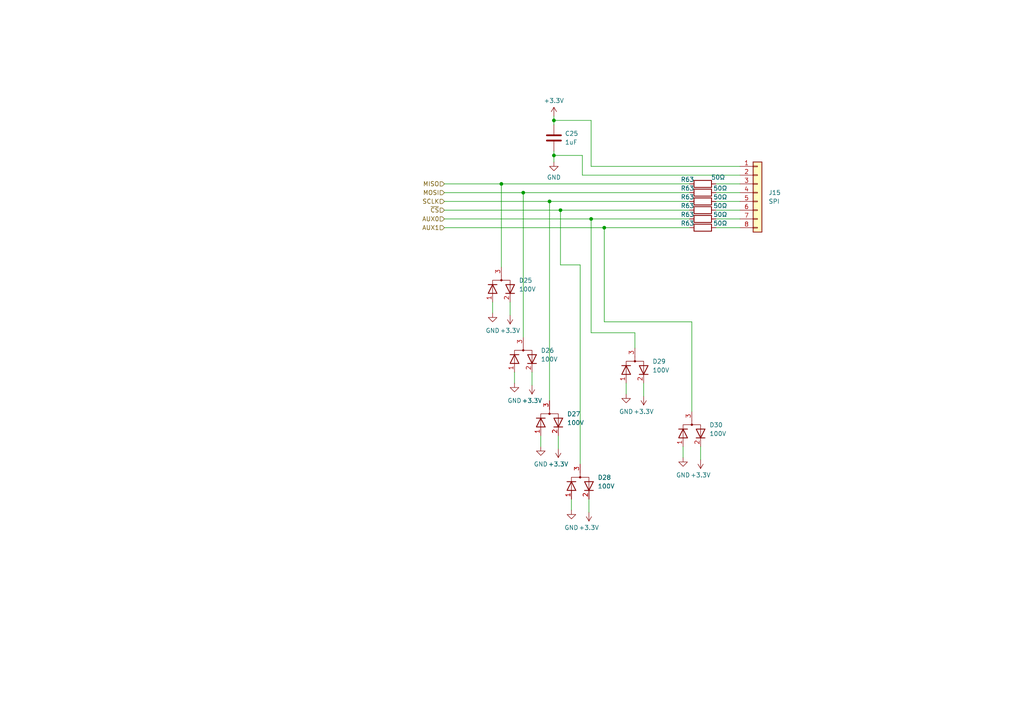
<source format=kicad_sch>
(kicad_sch (version 20230121) (generator eeschema)
  (paper "A4")
  (lib_symbols
    (symbol "Connector_Generic:Conn_01x08" (pin_names (offset 1.016) hide)
      (property "Reference" "J" (at 0 10.16 0))
      (property "Value" "Conn_01x08" (at 0 -12.7 0))
      (symbol "Conn_01x08_1_1"
        (rectangle (start -1.27 -10.033) (end 0 -10.287) (stroke (width 0.1524)))
        (rectangle (start -1.27 -7.493) (end 0 -7.747) (stroke (width 0.1524)))
        (rectangle (start -1.27 -4.953) (end 0 -5.207) (stroke (width 0.1524)))
        (rectangle (start -1.27 -2.413) (end 0 -2.667) (stroke (width 0.1524)))
        (rectangle (start -1.27 0.127) (end 0 -0.127) (stroke (width 0.1524)))
        (rectangle (start -1.27 2.667) (end 0 2.413) (stroke (width 0.1524)))
        (rectangle (start -1.27 5.207) (end 0 4.953) (stroke (width 0.1524)))
        (rectangle (start -1.27 7.747) (end 0 7.493) (stroke (width 0.1524)))
        (rectangle (start -1.27 8.89) (end 1.27 -11.43) (stroke (width 0.254)) (fill (type background)))
        (pin passive line (at -5.08 7.62 0) (length 3.81) (name "Pin_1") (number "1"))
        (pin passive line (at -5.08 5.08 0) (length 3.81) (name "Pin_2") (number "2"))
        (pin passive line (at -5.08 2.54 0) (length 3.81) (name "Pin_3") (number "3"))
        (pin passive line (at -5.08 0 0) (length 3.81) (name "Pin_4") (number "4"))
        (pin passive line (at -5.08 -2.54 0) (length 3.81) (name "Pin_5") (number "5"))
        (pin passive line (at -5.08 -5.08 0) (length 3.81) (name "Pin_6") (number "6"))
        (pin passive line (at -5.08 -7.62 0) (length 3.81) (name "Pin_7") (number "7"))
        (pin passive line (at -5.08 -10.16 0) (length 3.81) (name "Pin_8") (number "8"))
      )
    )
    (symbol "Device:C" (pin_numbers hide) (pin_names (offset 0.254))
      (property "Reference" "C" (at 0.635 2.54 0))
      (property "Value" "C" (at 0.635 -2.54 0))
      (symbol "C_0_1"
        (polyline (pts (xy -2.032 -0.762) (xy 2.032 -0.762)) (stroke (width 0.508)))
        (polyline (pts (xy -2.032 0.762) (xy 2.032 0.762)) (stroke (width 0.508)))
      )
      (symbol "C_1_1"
        (pin passive line (at 0 3.81 270) (length 2.794) (name "~") (number "1"))
        (pin passive line (at 0 -3.81 90) (length 2.794) (name "~") (number "2"))
      )
    )
    (symbol "Device:D_Dual_Series_AKC_Parallel" (pin_names (offset 0.762) hide)
      (property "Reference" "D" (at 0 5.08 0))
      (property "Value" "D_Dual_Series_AKC_Parallel" (at 0 -5.08 0))
      (symbol "D_Dual_Series_AKC_Parallel_0_0"
        (polyline (pts (xy 0 -1.27) (xy 0 -3.81)) (stroke (width 0.254)))
        (polyline (pts (xy 2.54 3.81) (xy 2.54 1.27)) (stroke (width 0.254)))
      )
      (symbol "D_Dual_Series_AKC_Parallel_0_1"
        (circle (center -1.27 0) (radius 0.254) (fill (type outline)))
        (polyline (pts (xy -1.27 0) (xy -2.54 0)))
        (polyline (pts (xy 2.54 2.54) (xy -1.27 2.54) (xy -1.27 -2.54) (xy 2.54 -2.54)))
        (polyline (pts (xy 0 3.81) (xy 2.54 2.54) (xy 0 1.27) (xy 0 3.81) (xy 0 3.81) (xy 0 3.81)) (stroke (width 0.254)))
        (polyline (pts (xy 2.54 -1.27) (xy 0 -2.54) (xy 2.54 -3.81) (xy 2.54 -1.27) (xy 2.54 -1.27) (xy 2.54 -1.27)) (stroke (width 0.254)))
        (pin passive line (at 5.08 -2.54 180) (length 2.54) (name "K") (number "1"))
        (pin passive line (at 5.08 2.54 180) (length 2.54) (name "K") (number "2"))
        (pin passive line (at -5.08 0 0) (length 2.54) (name "A") (number "3"))
      )
    )
    (symbol "Device:R" (pin_numbers hide) (pin_names (offset 0))
      (property "Reference" "R" (at 2.032 0 90))
      (property "Value" "R" (at 0 0 90))
      (symbol "R_0_1"
        (rectangle (start -1.016 -2.54) (end 1.016 2.54) (stroke (width 0.254)))
      )
      (symbol "R_1_1"
        (pin passive line (at 0 3.81 270) (length 1.27) (name "~") (number "1"))
        (pin passive line (at 0 -3.81 90) (length 1.27) (name "~") (number "2"))
      )
    )
    (symbol "power:+3.3V" (power) (pin_names (offset 0))
      (property "Value" "+3.3V" (at 0 3.556 0))
      (symbol "+3.3V_0_1"
        (polyline (pts (xy -0.762 1.27) (xy 0 2.54)))
        (polyline (pts (xy 0 0) (xy 0 2.54)))
        (polyline (pts (xy 0 2.54) (xy 0.762 1.27)))
      )
      (symbol "+3.3V_1_1"
        (pin power_in line (at 0 0 90) (length 0) hide (name "+3.3V") (number "1"))
      )
    )
    (symbol "power:GND" (power) (pin_names (offset 0))
      (property "Value" "GND" (at 0 -3.81 0))
      (symbol "GND_0_1"
        (polyline (pts (xy 0 0) (xy 0 -1.27) (xy 1.27 -1.27) (xy 0 -2.54) (xy -1.27 -1.27) (xy 0 -1.27)))
      )
      (symbol "GND_1_1"
        (pin power_in line (at 0 0 270) (length 0) hide (name "GND") (number "1"))
      )
    )
  )
  (junction (at 145.415 53.34))
  (junction (at 151.765 55.88))
  (junction (at 171.45 63.5))
  (junction (at 162.56 60.96))
  (junction (at 160.655 34.925))
  (junction (at 160.655 45.085))
  (junction (at 175.26 66.04))
  (junction (at 159.385 58.42))
  (wire (pts (xy 171.45 34.925) (xy 171.45 48.26)))
  (wire (pts (xy 207.645 63.5) (xy 214.63 63.5)))
  (wire (pts (xy 159.385 58.42) (xy 200.025 58.42)))
  (wire (pts (xy 200.66 119.38) (xy 200.66 93.345)))
  (wire (pts (xy 171.45 63.5) (xy 171.45 96.52)))
  (wire (pts (xy 128.905 63.5) (xy 171.45 63.5)))
  (wire (pts (xy 145.415 53.34) (xy 200.025 53.34)))
  (wire (pts (xy 142.875 90.805) (xy 142.875 87.63)))
  (wire (pts (xy 175.26 66.04) (xy 200.025 66.04)))
  (wire (pts (xy 184.15 100.965) (xy 184.15 96.52)))
  (wire (pts (xy 128.905 60.96) (xy 162.56 60.96)))
  (wire (pts (xy 168.275 76.835) (xy 162.56 76.835)))
  (wire (pts (xy 161.925 130.175) (xy 161.925 126.365)))
  (wire (pts (xy 151.765 55.88) (xy 200.025 55.88)))
  (wire (pts (xy 128.905 53.34) (xy 145.415 53.34)))
  (wire (pts (xy 160.655 43.815) (xy 160.655 45.085)))
  (wire (pts (xy 128.905 55.88) (xy 151.765 55.88)))
  (wire (pts (xy 207.645 55.88) (xy 214.63 55.88)))
  (wire (pts (xy 147.955 91.44) (xy 147.955 87.63)))
  (wire (pts (xy 160.655 45.085) (xy 160.655 46.99)))
  (wire (pts (xy 184.15 96.52) (xy 171.45 96.52)))
  (wire (pts (xy 160.655 45.085) (xy 168.91 45.085)))
  (wire (pts (xy 162.56 60.96) (xy 200.025 60.96)))
  (wire (pts (xy 159.385 58.42) (xy 159.385 116.205)))
  (wire (pts (xy 168.275 134.62) (xy 168.275 76.835)))
  (wire (pts (xy 128.905 58.42) (xy 159.385 58.42)))
  (wire (pts (xy 151.765 55.88) (xy 151.765 97.79)))
  (wire (pts (xy 170.815 148.59) (xy 170.815 144.78)))
  (wire (pts (xy 160.655 34.925) (xy 171.45 34.925)))
  (wire (pts (xy 207.645 66.04) (xy 214.63 66.04)))
  (wire (pts (xy 198.12 132.715) (xy 198.12 129.54)))
  (wire (pts (xy 181.61 114.3) (xy 181.61 111.125)))
  (wire (pts (xy 171.45 48.26) (xy 214.63 48.26)))
  (wire (pts (xy 128.905 66.04) (xy 175.26 66.04)))
  (wire (pts (xy 207.645 53.34) (xy 214.63 53.34)))
  (wire (pts (xy 162.56 76.835) (xy 162.56 60.96)))
  (wire (pts (xy 207.645 58.42) (xy 214.63 58.42)))
  (wire (pts (xy 203.2 133.35) (xy 203.2 129.54)))
  (wire (pts (xy 156.845 129.54) (xy 156.845 126.365)))
  (wire (pts (xy 171.45 63.5) (xy 200.025 63.5)))
  (wire (pts (xy 145.415 53.34) (xy 145.415 77.47)))
  (wire (pts (xy 154.305 111.76) (xy 154.305 107.95)))
  (wire (pts (xy 168.91 45.085) (xy 168.91 50.8)))
  (wire (pts (xy 186.69 114.935) (xy 186.69 111.125)))
  (wire (pts (xy 200.66 93.345) (xy 175.26 93.345)))
  (wire (pts (xy 168.91 50.8) (xy 214.63 50.8)))
  (wire (pts (xy 160.655 34.925) (xy 160.655 36.195)))
  (wire (pts (xy 149.225 111.125) (xy 149.225 107.95)))
  (wire (pts (xy 165.735 147.955) (xy 165.735 144.78)))
  (wire (pts (xy 160.655 33.655) (xy 160.655 34.925)))
  (wire (pts (xy 207.645 60.96) (xy 214.63 60.96)))
  (wire (pts (xy 175.26 93.345) (xy 175.26 66.04)))
  (hierarchical_label "MOSI" (shape input) (at 128.905 55.88 180))
  (hierarchical_label "AUX1" (shape input) (at 128.905 66.04 180))
  (hierarchical_label "SCLK" (shape input) (at 128.905 58.42 180))
  (hierarchical_label "AUX0" (shape input) (at 128.905 63.5 180))
  (hierarchical_label "MISO" (shape input) (at 128.905 53.34 180))
  (hierarchical_label "~{CS}" (shape input) (at 128.905 60.96 180))
  (symbol (lib_id "power:GND") (at 198.12 132.715 0) (unit 1)
    (property "Reference" "#PWR0118" (effects hide))
    (property "Value" "GND" (at 198.12 137.795 0))
    (instances (project "TeensyIrrigation" (path "" (reference "#PWR0118") (unit 1)) (path "" (reference "#PWR0132") (unit 1))))
  )
  (symbol (lib_id "Device:R") (at 203.835 58.42 270) (unit 1)
    (property "Reference" "R63" (at 199.39 57.15 90))
    (property "Value" "50Ω" (at 208.915 57.15 90))
    (property "Footprint" "Resistor_SMD:R_0805_2012Metric" (effects hide))
    (instances (project "TeensyIrrigation" (path "" (reference "R63") (unit 1)) (path "" (reference "R45") (unit 1)) (path "" (reference "R51") (unit 1))))
  )
  (symbol (lib_id "power:+3.3V") (at 203.2 133.35 180) (unit 1)
    (property "Reference" "#PWR0119" (effects hide))
    (property "Value" "+3.3V" (at 203.2 137.795 0))
    (instances (project "TeensyIrrigation" (path "" (reference "#PWR0119") (unit 1)) (path "" (reference "#PWR0133") (unit 1))))
  )
  (symbol (lib_id "Connector_Generic:Conn_01x08") (at 219.71 55.88 0) (unit 1)
    (property "Reference" "J15" (at 222.885 55.88 0) (effects (justify left)))
    (property "Value" "SPI" (at 222.885 58.42 0) (effects (justify left)))
    (property "Footprint" "Connector_PinHeader_2.54mm:PinHeader_1x08_P2.54mm_Vertical" (effects hide))
    (instances (project "TeensyIrrigation" (path "" (reference "J15") (unit 1)) (path "" (reference "J16") (unit 1))))
  )
  (symbol (lib_id "power:GND") (at 181.61 114.3 0) (unit 1)
    (property "Reference" "#PWR0116" (effects hide))
    (property "Value" "GND" (at 181.61 119.38 0))
    (instances (project "TeensyIrrigation" (path "" (reference "#PWR0116") (unit 1)) (path "" (reference "#PWR0130") (unit 1))))
  )
  (symbol (lib_id "Device:D_Dual_Series_AKC_Parallel") (at 145.415 82.55 270) (unit 1)
    (property "Reference" "D25" (at 150.495 81.3435 90) (effects (justify left)))
    (property "Value" "100V" (at 150.495 83.8835 90) (effects (justify left)))
    (property "Footprint" "Package_TO_SOT_SMD:SOT-23-3" (effects hide))
    (instances (project "TeensyIrrigation" (path "" (reference "D25") (unit 1)) (path "" (reference "D31") (unit 1))))
  )
  (symbol (lib_id "Device:R") (at 203.835 63.5 270) (unit 1)
    (property "Reference" "R63" (at 199.39 62.23 90))
    (property "Value" "50Ω" (at 208.915 62.23 90))
    (property "Footprint" "Resistor_SMD:R_0805_2012Metric" (effects hide))
    (instances (project "TeensyIrrigation" (path "" (reference "R63") (unit 1)) (path "" (reference "R47") (unit 1)) (path "" (reference "R53") (unit 1))))
  )
  (symbol (lib_id "Device:R") (at 203.835 55.88 270) (unit 1)
    (property "Reference" "R63" (at 199.39 54.61 90))
    (property "Value" "50Ω" (at 208.915 54.61 90))
    (property "Footprint" "Resistor_SMD:R_0805_2012Metric" (effects hide))
    (instances (project "TeensyIrrigation" (path "" (reference "R63") (unit 1)) (path "" (reference "R44") (unit 1)) (path "" (reference "R50") (unit 1))))
  )
  (symbol (lib_id "power:GND") (at 156.845 129.54 0) (unit 1)
    (property "Reference" "#PWR0110" (effects hide))
    (property "Value" "GND" (at 156.845 134.62 0))
    (instances (project "TeensyIrrigation" (path "" (reference "#PWR0110") (unit 1)) (path "" (reference "#PWR0124") (unit 1))))
  )
  (symbol (lib_id "power:GND") (at 160.655 46.99 0) (unit 1)
    (property "Reference" "#PWR0112" (effects hide))
    (property "Value" "GND" (at 160.655 51.435 0))
    (instances (project "TeensyIrrigation" (path "" (reference "#PWR0112") (unit 1)) (path "" (reference "#PWR0126") (unit 1))))
  )
  (symbol (lib_id "power:GND") (at 149.225 111.125 0) (unit 1)
    (property "Reference" "#PWR0108" (effects hide))
    (property "Value" "GND" (at 149.225 116.205 0))
    (instances (project "TeensyIrrigation" (path "" (reference "#PWR0108") (unit 1)) (path "" (reference "#PWR0122") (unit 1))))
  )
  (symbol (lib_id "Device:R") (at 203.835 53.34 270) (unit 1)
    (property "Reference" "R63" (at 199.39 52.07 90))
    (property "Value" "50Ω" (at 208.28 51.435 90))
    (property "Footprint" "Resistor_SMD:R_0805_2012Metric" (effects hide))
    (instances (project "TeensyIrrigation" (path "" (reference "R63") (unit 1)) (path "" (reference "R43") (unit 1)) (path "" (reference "R49") (unit 1))))
  )
  (symbol (lib_id "power:+3.3V") (at 154.305 111.76 180) (unit 1)
    (property "Reference" "#PWR0109" (effects hide))
    (property "Value" "+3.3V" (at 154.305 116.205 0))
    (instances (project "TeensyIrrigation" (path "" (reference "#PWR0109") (unit 1)) (path "" (reference "#PWR0123") (unit 1))))
  )
  (symbol (lib_id "Device:D_Dual_Series_AKC_Parallel") (at 151.765 102.87 270) (unit 1)
    (property "Reference" "D26" (at 156.845 101.6635 90) (effects (justify left)))
    (property "Value" "100V" (at 156.845 104.2035 90) (effects (justify left)))
    (property "Footprint" "Package_TO_SOT_SMD:SOT-23-3" (effects hide))
    (instances (project "TeensyIrrigation" (path "" (reference "D26") (unit 1)) (path "" (reference "D32") (unit 1))))
  )
  (symbol (lib_id "power:+3.3V") (at 160.655 33.655 0) (unit 1)
    (property "Reference" "#PWR0111" (effects hide))
    (property "Value" "+3.3V" (at 160.655 29.21 0))
    (instances (project "TeensyIrrigation" (path "" (reference "#PWR0111") (unit 1)) (path "" (reference "#PWR0125") (unit 1))))
  )
  (symbol (lib_id "Device:D_Dual_Series_AKC_Parallel") (at 200.66 124.46 270) (unit 1)
    (property "Reference" "D30" (at 205.74 123.2535 90) (effects (justify left)))
    (property "Value" "100V" (at 205.74 125.7935 90) (effects (justify left)))
    (property "Footprint" "Package_TO_SOT_SMD:SOT-23-3" (effects hide))
    (instances (project "TeensyIrrigation" (path "" (reference "D30") (unit 1)) (path "" (reference "D36") (unit 1))))
  )
  (symbol (lib_id "Device:D_Dual_Series_AKC_Parallel") (at 159.385 121.285 270) (unit 1)
    (property "Reference" "D27" (at 164.465 120.0785 90) (effects (justify left)))
    (property "Value" "100V" (at 164.465 122.6185 90) (effects (justify left)))
    (property "Footprint" "Package_TO_SOT_SMD:SOT-23-3" (effects hide))
    (instances (project "TeensyIrrigation" (path "" (reference "D27") (unit 1)) (path "" (reference "D33") (unit 1))))
  )
  (symbol (lib_id "power:GND") (at 142.875 90.805 0) (unit 1)
    (property "Reference" "#PWR0106" (effects hide))
    (property "Value" "GND" (at 142.875 95.885 0))
    (instances (project "TeensyIrrigation" (path "" (reference "#PWR0106") (unit 1)) (path "" (reference "#PWR0120") (unit 1))))
  )
  (symbol (lib_id "Device:D_Dual_Series_AKC_Parallel") (at 184.15 106.045 270) (unit 1)
    (property "Reference" "D29" (at 189.23 104.8385 90) (effects (justify left)))
    (property "Value" "100V" (at 189.23 107.3785 90) (effects (justify left)))
    (property "Footprint" "Package_TO_SOT_SMD:SOT-23-3" (effects hide))
    (instances (project "TeensyIrrigation" (path "" (reference "D29") (unit 1)) (path "" (reference "D35") (unit 1))))
  )
  (symbol (lib_id "Device:R") (at 203.835 66.04 270) (unit 1)
    (property "Reference" "R63" (at 199.39 64.77 90))
    (property "Value" "50Ω" (at 208.915 64.77 90))
    (property "Footprint" "Resistor_SMD:R_0805_2012Metric" (effects hide))
    (instances (project "TeensyIrrigation" (path "" (reference "R63") (unit 1)) (path "" (reference "R48") (unit 1)) (path "" (reference "R54") (unit 1))))
  )
  (symbol (lib_id "Device:D_Dual_Series_AKC_Parallel") (at 168.275 139.7 270) (unit 1)
    (property "Reference" "D28" (at 173.355 138.4935 90) (effects (justify left)))
    (property "Value" "100V" (at 173.355 141.0335 90) (effects (justify left)))
    (property "Footprint" "Package_TO_SOT_SMD:SOT-23-3" (effects hide))
    (instances (project "TeensyIrrigation" (path "" (reference "D28") (unit 1)) (path "" (reference "D34") (unit 1))))
  )
  (symbol (lib_id "Device:C") (at 160.655 40.005 0) (unit 1)
    (property "Reference" "C25" (at 163.83 38.735 0) (effects (justify left)))
    (property "Value" "1uF" (at 163.83 41.275 0) (effects (justify left)))
    (property "Footprint" "Capacitor_SMD:C_0805_2012Metric" (effects hide))
    (instances (project "TeensyIrrigation" (path "" (reference "C25") (unit 1)) (path "" (reference "C26") (unit 1))))
  )
  (symbol (lib_id "power:+3.3V") (at 161.925 130.175 180) (unit 1)
    (property "Reference" "#PWR0113" (effects hide))
    (property "Value" "+3.3V" (at 161.925 134.62 0))
    (instances (project "TeensyIrrigation" (path "" (reference "#PWR0113") (unit 1)) (path "" (reference "#PWR0127") (unit 1))))
  )
  (symbol (lib_id "Device:R") (at 203.835 60.96 270) (unit 1)
    (property "Reference" "R63" (at 199.39 59.69 90))
    (property "Value" "50Ω" (at 208.915 59.69 90))
    (property "Footprint" "Resistor_SMD:R_0805_2012Metric" (effects hide))
    (instances (project "TeensyIrrigation" (path "" (reference "R63") (unit 1)) (path "" (reference "R46") (unit 1)) (path "" (reference "R52") (unit 1))))
  )
  (symbol (lib_id "power:+3.3V") (at 170.815 148.59 180) (unit 1)
    (property "Reference" "#PWR0115" (effects hide))
    (property "Value" "+3.3V" (at 170.815 153.035 0))
    (instances (project "TeensyIrrigation" (path "" (reference "#PWR0115") (unit 1)) (path "" (reference "#PWR0129") (unit 1))))
  )
  (symbol (lib_id "power:GND") (at 165.735 147.955 0) (unit 1)
    (property "Reference" "#PWR0114" (effects hide))
    (property "Value" "GND" (at 165.735 153.035 0))
    (instances (project "TeensyIrrigation" (path "" (reference "#PWR0114") (unit 1)) (path "" (reference "#PWR0128") (unit 1))))
  )
  (symbol (lib_id "power:+3.3V") (at 147.955 91.44 180) (unit 1)
    (property "Reference" "#PWR0107" (effects hide))
    (property "Value" "+3.3V" (at 147.955 95.885 0))
    (instances (project "TeensyIrrigation" (path "" (reference "#PWR0107") (unit 1)) (path "" (reference "#PWR0121") (unit 1))))
  )
  (symbol (lib_id "power:+3.3V") (at 186.69 114.935 180) (unit 1)
    (property "Reference" "#PWR0117" (effects hide))
    (property "Value" "+3.3V" (at 186.69 119.38 0))
    (instances (project "TeensyIrrigation" (path "" (reference "#PWR0117") (unit 1)) (path "" (reference "#PWR0131") (unit 1))))
  )
)
</source>
